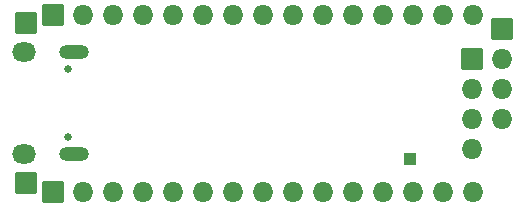
<source format=gbr>
%TF.GenerationSoftware,KiCad,Pcbnew,(5.99.0-7355-g8781ce7efb)*%
%TF.CreationDate,2021-01-22T11:19:26+01:00*%
%TF.ProjectId,FoxPill,466f7850-696c-46c2-9e6b-696361645f70,rev?*%
%TF.SameCoordinates,Original*%
%TF.FileFunction,Soldermask,Bot*%
%TF.FilePolarity,Negative*%
%FSLAX46Y46*%
G04 Gerber Fmt 4.6, Leading zero omitted, Abs format (unit mm)*
G04 Created by KiCad (PCBNEW (5.99.0-7355-g8781ce7efb)) date 2021-01-22 11:19:26*
%MOMM*%
%LPD*%
G01*
G04 APERTURE LIST*
G04 Aperture macros list*
%AMRoundRect*
0 Rectangle with rounded corners*
0 $1 Rounding radius*
0 $2 $3 $4 $5 $6 $7 $8 $9 X,Y pos of 4 corners*
0 Add a 4 corners polygon primitive as box body*
4,1,4,$2,$3,$4,$5,$6,$7,$8,$9,$2,$3,0*
0 Add four circle primitives for the rounded corners*
1,1,$1+$1,$2,$3,0*
1,1,$1+$1,$4,$5,0*
1,1,$1+$1,$6,$7,0*
1,1,$1+$1,$8,$9,0*
0 Add four rect primitives between the rounded corners*
20,1,$1+$1,$2,$3,$4,$5,0*
20,1,$1+$1,$4,$5,$6,$7,0*
20,1,$1+$1,$6,$7,$8,$9,0*
20,1,$1+$1,$8,$9,$2,$3,0*%
G04 Aperture macros list end*
%ADD10C,0.670000*%
%ADD11O,2.020000X1.620000*%
%ADD12O,2.520000X1.220000*%
%ADD13RoundRect,0.010000X0.850000X0.850000X-0.850000X0.850000X-0.850000X-0.850000X0.850000X-0.850000X0*%
%ADD14RoundRect,0.010000X-0.850000X-0.850000X0.850000X-0.850000X0.850000X0.850000X-0.850000X0.850000X0*%
%ADD15O,1.720000X1.720000*%
%ADD16RoundRect,0.010000X-0.850000X0.850000X-0.850000X-0.850000X0.850000X-0.850000X0.850000X0.850000X0*%
%ADD17RoundRect,0.010000X-0.500000X-0.500000X0.500000X-0.500000X0.500000X0.500000X-0.500000X0.500000X0*%
G04 APERTURE END LIST*
D10*
X24924999Y-25680000D03*
X24924999Y-31460000D03*
D11*
X21274999Y-32890000D03*
D12*
X25454999Y-32890000D03*
D11*
X21274999Y-24250000D03*
D12*
X25454999Y-24250000D03*
D13*
X21420000Y-35340000D03*
D14*
X21420000Y-21780000D03*
X61740000Y-22310000D03*
D15*
X61740000Y-24850000D03*
X61740000Y-27390000D03*
X61740000Y-29930000D03*
D14*
X59200000Y-24850000D03*
D15*
X59200000Y-27390000D03*
X59200000Y-29930000D03*
X59200000Y-32470000D03*
D16*
X23700000Y-21100000D03*
D15*
X26240000Y-21100000D03*
X28780000Y-21100000D03*
X31320000Y-21100000D03*
X33860000Y-21100000D03*
X36400000Y-21100000D03*
X38940000Y-21100000D03*
X41480000Y-21100000D03*
X44020000Y-21100000D03*
X46560000Y-21100000D03*
X49100000Y-21100000D03*
X51640000Y-21100000D03*
X54180000Y-21100000D03*
X56720000Y-21100000D03*
X59260000Y-21100000D03*
D16*
X23700000Y-36100000D03*
D15*
X26240000Y-36100000D03*
X28780000Y-36100000D03*
X31320000Y-36100000D03*
X33860000Y-36100000D03*
X36400000Y-36100000D03*
X38940000Y-36100000D03*
X41480000Y-36100000D03*
X44020000Y-36100000D03*
X46560000Y-36100000D03*
X49100000Y-36100000D03*
X51640000Y-36100000D03*
X54180000Y-36100000D03*
X56720000Y-36100000D03*
X59260000Y-36100000D03*
D17*
X53900000Y-33300000D03*
M02*

</source>
